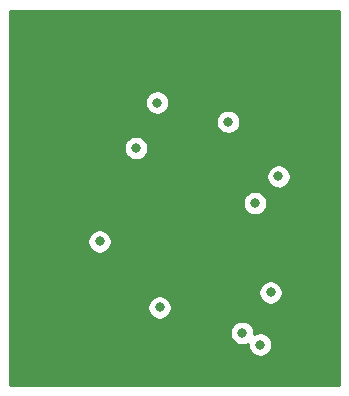
<source format=gbr>
%TF.GenerationSoftware,KiCad,Pcbnew,(5.1.7-0-10_14)*%
%TF.CreationDate,2020-11-25T20:53:36+11:00*%
%TF.ProjectId,CREMAv2,4352454d-4176-4322-9e6b-696361645f70,rev?*%
%TF.SameCoordinates,Original*%
%TF.FileFunction,Copper,L2,Inr*%
%TF.FilePolarity,Positive*%
%FSLAX46Y46*%
G04 Gerber Fmt 4.6, Leading zero omitted, Abs format (unit mm)*
G04 Created by KiCad (PCBNEW (5.1.7-0-10_14)) date 2020-11-25 20:53:36*
%MOMM*%
%LPD*%
G01*
G04 APERTURE LIST*
%TA.AperFunction,ViaPad*%
%ADD10C,0.800000*%
%TD*%
%TA.AperFunction,Conductor*%
%ADD11C,0.254000*%
%TD*%
%TA.AperFunction,Conductor*%
%ADD12C,0.100000*%
%TD*%
G04 APERTURE END LIST*
D10*
%TO.N,GND*%
X132920000Y-75995000D03*
X133247500Y-83922500D03*
X130207000Y-97885000D03*
X122750000Y-84260000D03*
X120396000Y-81280000D03*
X120396000Y-74676000D03*
X128200000Y-86798000D03*
X128200000Y-74492000D03*
X127400000Y-74530000D03*
%TO.N,+3V3*%
X129000000Y-78010000D03*
X133255000Y-82645000D03*
X130175000Y-95885000D03*
X118110000Y-88138000D03*
X132588000Y-92456000D03*
X131259000Y-84895000D03*
%TO.N,Net-(IC1-Pad32)*%
X122995000Y-76395000D03*
X121177000Y-80245000D03*
%TO.N,SPI_MOSI*%
X123190000Y-93726000D03*
X131715000Y-96885000D03*
%TD*%
D11*
%TO.N,GND*%
X138405001Y-100305000D02*
X110515000Y-100305000D01*
X110515000Y-95783061D01*
X129140000Y-95783061D01*
X129140000Y-95986939D01*
X129179774Y-96186898D01*
X129257795Y-96375256D01*
X129371063Y-96544774D01*
X129515226Y-96688937D01*
X129684744Y-96802205D01*
X129873102Y-96880226D01*
X130073061Y-96920000D01*
X130276939Y-96920000D01*
X130476898Y-96880226D01*
X130665256Y-96802205D01*
X130680000Y-96792353D01*
X130680000Y-96986939D01*
X130719774Y-97186898D01*
X130797795Y-97375256D01*
X130911063Y-97544774D01*
X131055226Y-97688937D01*
X131224744Y-97802205D01*
X131413102Y-97880226D01*
X131613061Y-97920000D01*
X131816939Y-97920000D01*
X132016898Y-97880226D01*
X132205256Y-97802205D01*
X132374774Y-97688937D01*
X132518937Y-97544774D01*
X132632205Y-97375256D01*
X132710226Y-97186898D01*
X132750000Y-96986939D01*
X132750000Y-96783061D01*
X132710226Y-96583102D01*
X132632205Y-96394744D01*
X132518937Y-96225226D01*
X132374774Y-96081063D01*
X132205256Y-95967795D01*
X132016898Y-95889774D01*
X131816939Y-95850000D01*
X131613061Y-95850000D01*
X131413102Y-95889774D01*
X131224744Y-95967795D01*
X131210000Y-95977647D01*
X131210000Y-95783061D01*
X131170226Y-95583102D01*
X131092205Y-95394744D01*
X130978937Y-95225226D01*
X130834774Y-95081063D01*
X130665256Y-94967795D01*
X130476898Y-94889774D01*
X130276939Y-94850000D01*
X130073061Y-94850000D01*
X129873102Y-94889774D01*
X129684744Y-94967795D01*
X129515226Y-95081063D01*
X129371063Y-95225226D01*
X129257795Y-95394744D01*
X129179774Y-95583102D01*
X129140000Y-95783061D01*
X110515000Y-95783061D01*
X110515000Y-93624061D01*
X122155000Y-93624061D01*
X122155000Y-93827939D01*
X122194774Y-94027898D01*
X122272795Y-94216256D01*
X122386063Y-94385774D01*
X122530226Y-94529937D01*
X122699744Y-94643205D01*
X122888102Y-94721226D01*
X123088061Y-94761000D01*
X123291939Y-94761000D01*
X123491898Y-94721226D01*
X123680256Y-94643205D01*
X123849774Y-94529937D01*
X123993937Y-94385774D01*
X124107205Y-94216256D01*
X124185226Y-94027898D01*
X124225000Y-93827939D01*
X124225000Y-93624061D01*
X124185226Y-93424102D01*
X124107205Y-93235744D01*
X123993937Y-93066226D01*
X123849774Y-92922063D01*
X123680256Y-92808795D01*
X123491898Y-92730774D01*
X123291939Y-92691000D01*
X123088061Y-92691000D01*
X122888102Y-92730774D01*
X122699744Y-92808795D01*
X122530226Y-92922063D01*
X122386063Y-93066226D01*
X122272795Y-93235744D01*
X122194774Y-93424102D01*
X122155000Y-93624061D01*
X110515000Y-93624061D01*
X110515000Y-92354061D01*
X131553000Y-92354061D01*
X131553000Y-92557939D01*
X131592774Y-92757898D01*
X131670795Y-92946256D01*
X131784063Y-93115774D01*
X131928226Y-93259937D01*
X132097744Y-93373205D01*
X132286102Y-93451226D01*
X132486061Y-93491000D01*
X132689939Y-93491000D01*
X132889898Y-93451226D01*
X133078256Y-93373205D01*
X133247774Y-93259937D01*
X133391937Y-93115774D01*
X133505205Y-92946256D01*
X133583226Y-92757898D01*
X133623000Y-92557939D01*
X133623000Y-92354061D01*
X133583226Y-92154102D01*
X133505205Y-91965744D01*
X133391937Y-91796226D01*
X133247774Y-91652063D01*
X133078256Y-91538795D01*
X132889898Y-91460774D01*
X132689939Y-91421000D01*
X132486061Y-91421000D01*
X132286102Y-91460774D01*
X132097744Y-91538795D01*
X131928226Y-91652063D01*
X131784063Y-91796226D01*
X131670795Y-91965744D01*
X131592774Y-92154102D01*
X131553000Y-92354061D01*
X110515000Y-92354061D01*
X110515000Y-88036061D01*
X117075000Y-88036061D01*
X117075000Y-88239939D01*
X117114774Y-88439898D01*
X117192795Y-88628256D01*
X117306063Y-88797774D01*
X117450226Y-88941937D01*
X117619744Y-89055205D01*
X117808102Y-89133226D01*
X118008061Y-89173000D01*
X118211939Y-89173000D01*
X118411898Y-89133226D01*
X118600256Y-89055205D01*
X118769774Y-88941937D01*
X118913937Y-88797774D01*
X119027205Y-88628256D01*
X119105226Y-88439898D01*
X119145000Y-88239939D01*
X119145000Y-88036061D01*
X119105226Y-87836102D01*
X119027205Y-87647744D01*
X118913937Y-87478226D01*
X118769774Y-87334063D01*
X118600256Y-87220795D01*
X118411898Y-87142774D01*
X118211939Y-87103000D01*
X118008061Y-87103000D01*
X117808102Y-87142774D01*
X117619744Y-87220795D01*
X117450226Y-87334063D01*
X117306063Y-87478226D01*
X117192795Y-87647744D01*
X117114774Y-87836102D01*
X117075000Y-88036061D01*
X110515000Y-88036061D01*
X110515000Y-84793061D01*
X130224000Y-84793061D01*
X130224000Y-84996939D01*
X130263774Y-85196898D01*
X130341795Y-85385256D01*
X130455063Y-85554774D01*
X130599226Y-85698937D01*
X130768744Y-85812205D01*
X130957102Y-85890226D01*
X131157061Y-85930000D01*
X131360939Y-85930000D01*
X131560898Y-85890226D01*
X131749256Y-85812205D01*
X131918774Y-85698937D01*
X132062937Y-85554774D01*
X132176205Y-85385256D01*
X132254226Y-85196898D01*
X132294000Y-84996939D01*
X132294000Y-84793061D01*
X132254226Y-84593102D01*
X132176205Y-84404744D01*
X132062937Y-84235226D01*
X131918774Y-84091063D01*
X131749256Y-83977795D01*
X131560898Y-83899774D01*
X131360939Y-83860000D01*
X131157061Y-83860000D01*
X130957102Y-83899774D01*
X130768744Y-83977795D01*
X130599226Y-84091063D01*
X130455063Y-84235226D01*
X130341795Y-84404744D01*
X130263774Y-84593102D01*
X130224000Y-84793061D01*
X110515000Y-84793061D01*
X110515000Y-82543061D01*
X132220000Y-82543061D01*
X132220000Y-82746939D01*
X132259774Y-82946898D01*
X132337795Y-83135256D01*
X132451063Y-83304774D01*
X132595226Y-83448937D01*
X132764744Y-83562205D01*
X132953102Y-83640226D01*
X133153061Y-83680000D01*
X133356939Y-83680000D01*
X133556898Y-83640226D01*
X133745256Y-83562205D01*
X133914774Y-83448937D01*
X134058937Y-83304774D01*
X134172205Y-83135256D01*
X134250226Y-82946898D01*
X134290000Y-82746939D01*
X134290000Y-82543061D01*
X134250226Y-82343102D01*
X134172205Y-82154744D01*
X134058937Y-81985226D01*
X133914774Y-81841063D01*
X133745256Y-81727795D01*
X133556898Y-81649774D01*
X133356939Y-81610000D01*
X133153061Y-81610000D01*
X132953102Y-81649774D01*
X132764744Y-81727795D01*
X132595226Y-81841063D01*
X132451063Y-81985226D01*
X132337795Y-82154744D01*
X132259774Y-82343102D01*
X132220000Y-82543061D01*
X110515000Y-82543061D01*
X110515000Y-80143061D01*
X120142000Y-80143061D01*
X120142000Y-80346939D01*
X120181774Y-80546898D01*
X120259795Y-80735256D01*
X120373063Y-80904774D01*
X120517226Y-81048937D01*
X120686744Y-81162205D01*
X120875102Y-81240226D01*
X121075061Y-81280000D01*
X121278939Y-81280000D01*
X121478898Y-81240226D01*
X121667256Y-81162205D01*
X121836774Y-81048937D01*
X121980937Y-80904774D01*
X122094205Y-80735256D01*
X122172226Y-80546898D01*
X122212000Y-80346939D01*
X122212000Y-80143061D01*
X122172226Y-79943102D01*
X122094205Y-79754744D01*
X121980937Y-79585226D01*
X121836774Y-79441063D01*
X121667256Y-79327795D01*
X121478898Y-79249774D01*
X121278939Y-79210000D01*
X121075061Y-79210000D01*
X120875102Y-79249774D01*
X120686744Y-79327795D01*
X120517226Y-79441063D01*
X120373063Y-79585226D01*
X120259795Y-79754744D01*
X120181774Y-79943102D01*
X120142000Y-80143061D01*
X110515000Y-80143061D01*
X110515000Y-77908061D01*
X127965000Y-77908061D01*
X127965000Y-78111939D01*
X128004774Y-78311898D01*
X128082795Y-78500256D01*
X128196063Y-78669774D01*
X128340226Y-78813937D01*
X128509744Y-78927205D01*
X128698102Y-79005226D01*
X128898061Y-79045000D01*
X129101939Y-79045000D01*
X129301898Y-79005226D01*
X129490256Y-78927205D01*
X129659774Y-78813937D01*
X129803937Y-78669774D01*
X129917205Y-78500256D01*
X129995226Y-78311898D01*
X130035000Y-78111939D01*
X130035000Y-77908061D01*
X129995226Y-77708102D01*
X129917205Y-77519744D01*
X129803937Y-77350226D01*
X129659774Y-77206063D01*
X129490256Y-77092795D01*
X129301898Y-77014774D01*
X129101939Y-76975000D01*
X128898061Y-76975000D01*
X128698102Y-77014774D01*
X128509744Y-77092795D01*
X128340226Y-77206063D01*
X128196063Y-77350226D01*
X128082795Y-77519744D01*
X128004774Y-77708102D01*
X127965000Y-77908061D01*
X110515000Y-77908061D01*
X110515000Y-76293061D01*
X121960000Y-76293061D01*
X121960000Y-76496939D01*
X121999774Y-76696898D01*
X122077795Y-76885256D01*
X122191063Y-77054774D01*
X122335226Y-77198937D01*
X122504744Y-77312205D01*
X122693102Y-77390226D01*
X122893061Y-77430000D01*
X123096939Y-77430000D01*
X123296898Y-77390226D01*
X123485256Y-77312205D01*
X123654774Y-77198937D01*
X123798937Y-77054774D01*
X123912205Y-76885256D01*
X123990226Y-76696898D01*
X124030000Y-76496939D01*
X124030000Y-76293061D01*
X123990226Y-76093102D01*
X123912205Y-75904744D01*
X123798937Y-75735226D01*
X123654774Y-75591063D01*
X123485256Y-75477795D01*
X123296898Y-75399774D01*
X123096939Y-75360000D01*
X122893061Y-75360000D01*
X122693102Y-75399774D01*
X122504744Y-75477795D01*
X122335226Y-75591063D01*
X122191063Y-75735226D01*
X122077795Y-75904744D01*
X121999774Y-76093102D01*
X121960000Y-76293061D01*
X110515000Y-76293061D01*
X110515000Y-68605000D01*
X138405000Y-68605000D01*
X138405001Y-100305000D01*
%TA.AperFunction,Conductor*%
D12*
G36*
X138405001Y-100305000D02*
G01*
X110515000Y-100305000D01*
X110515000Y-95783061D01*
X129140000Y-95783061D01*
X129140000Y-95986939D01*
X129179774Y-96186898D01*
X129257795Y-96375256D01*
X129371063Y-96544774D01*
X129515226Y-96688937D01*
X129684744Y-96802205D01*
X129873102Y-96880226D01*
X130073061Y-96920000D01*
X130276939Y-96920000D01*
X130476898Y-96880226D01*
X130665256Y-96802205D01*
X130680000Y-96792353D01*
X130680000Y-96986939D01*
X130719774Y-97186898D01*
X130797795Y-97375256D01*
X130911063Y-97544774D01*
X131055226Y-97688937D01*
X131224744Y-97802205D01*
X131413102Y-97880226D01*
X131613061Y-97920000D01*
X131816939Y-97920000D01*
X132016898Y-97880226D01*
X132205256Y-97802205D01*
X132374774Y-97688937D01*
X132518937Y-97544774D01*
X132632205Y-97375256D01*
X132710226Y-97186898D01*
X132750000Y-96986939D01*
X132750000Y-96783061D01*
X132710226Y-96583102D01*
X132632205Y-96394744D01*
X132518937Y-96225226D01*
X132374774Y-96081063D01*
X132205256Y-95967795D01*
X132016898Y-95889774D01*
X131816939Y-95850000D01*
X131613061Y-95850000D01*
X131413102Y-95889774D01*
X131224744Y-95967795D01*
X131210000Y-95977647D01*
X131210000Y-95783061D01*
X131170226Y-95583102D01*
X131092205Y-95394744D01*
X130978937Y-95225226D01*
X130834774Y-95081063D01*
X130665256Y-94967795D01*
X130476898Y-94889774D01*
X130276939Y-94850000D01*
X130073061Y-94850000D01*
X129873102Y-94889774D01*
X129684744Y-94967795D01*
X129515226Y-95081063D01*
X129371063Y-95225226D01*
X129257795Y-95394744D01*
X129179774Y-95583102D01*
X129140000Y-95783061D01*
X110515000Y-95783061D01*
X110515000Y-93624061D01*
X122155000Y-93624061D01*
X122155000Y-93827939D01*
X122194774Y-94027898D01*
X122272795Y-94216256D01*
X122386063Y-94385774D01*
X122530226Y-94529937D01*
X122699744Y-94643205D01*
X122888102Y-94721226D01*
X123088061Y-94761000D01*
X123291939Y-94761000D01*
X123491898Y-94721226D01*
X123680256Y-94643205D01*
X123849774Y-94529937D01*
X123993937Y-94385774D01*
X124107205Y-94216256D01*
X124185226Y-94027898D01*
X124225000Y-93827939D01*
X124225000Y-93624061D01*
X124185226Y-93424102D01*
X124107205Y-93235744D01*
X123993937Y-93066226D01*
X123849774Y-92922063D01*
X123680256Y-92808795D01*
X123491898Y-92730774D01*
X123291939Y-92691000D01*
X123088061Y-92691000D01*
X122888102Y-92730774D01*
X122699744Y-92808795D01*
X122530226Y-92922063D01*
X122386063Y-93066226D01*
X122272795Y-93235744D01*
X122194774Y-93424102D01*
X122155000Y-93624061D01*
X110515000Y-93624061D01*
X110515000Y-92354061D01*
X131553000Y-92354061D01*
X131553000Y-92557939D01*
X131592774Y-92757898D01*
X131670795Y-92946256D01*
X131784063Y-93115774D01*
X131928226Y-93259937D01*
X132097744Y-93373205D01*
X132286102Y-93451226D01*
X132486061Y-93491000D01*
X132689939Y-93491000D01*
X132889898Y-93451226D01*
X133078256Y-93373205D01*
X133247774Y-93259937D01*
X133391937Y-93115774D01*
X133505205Y-92946256D01*
X133583226Y-92757898D01*
X133623000Y-92557939D01*
X133623000Y-92354061D01*
X133583226Y-92154102D01*
X133505205Y-91965744D01*
X133391937Y-91796226D01*
X133247774Y-91652063D01*
X133078256Y-91538795D01*
X132889898Y-91460774D01*
X132689939Y-91421000D01*
X132486061Y-91421000D01*
X132286102Y-91460774D01*
X132097744Y-91538795D01*
X131928226Y-91652063D01*
X131784063Y-91796226D01*
X131670795Y-91965744D01*
X131592774Y-92154102D01*
X131553000Y-92354061D01*
X110515000Y-92354061D01*
X110515000Y-88036061D01*
X117075000Y-88036061D01*
X117075000Y-88239939D01*
X117114774Y-88439898D01*
X117192795Y-88628256D01*
X117306063Y-88797774D01*
X117450226Y-88941937D01*
X117619744Y-89055205D01*
X117808102Y-89133226D01*
X118008061Y-89173000D01*
X118211939Y-89173000D01*
X118411898Y-89133226D01*
X118600256Y-89055205D01*
X118769774Y-88941937D01*
X118913937Y-88797774D01*
X119027205Y-88628256D01*
X119105226Y-88439898D01*
X119145000Y-88239939D01*
X119145000Y-88036061D01*
X119105226Y-87836102D01*
X119027205Y-87647744D01*
X118913937Y-87478226D01*
X118769774Y-87334063D01*
X118600256Y-87220795D01*
X118411898Y-87142774D01*
X118211939Y-87103000D01*
X118008061Y-87103000D01*
X117808102Y-87142774D01*
X117619744Y-87220795D01*
X117450226Y-87334063D01*
X117306063Y-87478226D01*
X117192795Y-87647744D01*
X117114774Y-87836102D01*
X117075000Y-88036061D01*
X110515000Y-88036061D01*
X110515000Y-84793061D01*
X130224000Y-84793061D01*
X130224000Y-84996939D01*
X130263774Y-85196898D01*
X130341795Y-85385256D01*
X130455063Y-85554774D01*
X130599226Y-85698937D01*
X130768744Y-85812205D01*
X130957102Y-85890226D01*
X131157061Y-85930000D01*
X131360939Y-85930000D01*
X131560898Y-85890226D01*
X131749256Y-85812205D01*
X131918774Y-85698937D01*
X132062937Y-85554774D01*
X132176205Y-85385256D01*
X132254226Y-85196898D01*
X132294000Y-84996939D01*
X132294000Y-84793061D01*
X132254226Y-84593102D01*
X132176205Y-84404744D01*
X132062937Y-84235226D01*
X131918774Y-84091063D01*
X131749256Y-83977795D01*
X131560898Y-83899774D01*
X131360939Y-83860000D01*
X131157061Y-83860000D01*
X130957102Y-83899774D01*
X130768744Y-83977795D01*
X130599226Y-84091063D01*
X130455063Y-84235226D01*
X130341795Y-84404744D01*
X130263774Y-84593102D01*
X130224000Y-84793061D01*
X110515000Y-84793061D01*
X110515000Y-82543061D01*
X132220000Y-82543061D01*
X132220000Y-82746939D01*
X132259774Y-82946898D01*
X132337795Y-83135256D01*
X132451063Y-83304774D01*
X132595226Y-83448937D01*
X132764744Y-83562205D01*
X132953102Y-83640226D01*
X133153061Y-83680000D01*
X133356939Y-83680000D01*
X133556898Y-83640226D01*
X133745256Y-83562205D01*
X133914774Y-83448937D01*
X134058937Y-83304774D01*
X134172205Y-83135256D01*
X134250226Y-82946898D01*
X134290000Y-82746939D01*
X134290000Y-82543061D01*
X134250226Y-82343102D01*
X134172205Y-82154744D01*
X134058937Y-81985226D01*
X133914774Y-81841063D01*
X133745256Y-81727795D01*
X133556898Y-81649774D01*
X133356939Y-81610000D01*
X133153061Y-81610000D01*
X132953102Y-81649774D01*
X132764744Y-81727795D01*
X132595226Y-81841063D01*
X132451063Y-81985226D01*
X132337795Y-82154744D01*
X132259774Y-82343102D01*
X132220000Y-82543061D01*
X110515000Y-82543061D01*
X110515000Y-80143061D01*
X120142000Y-80143061D01*
X120142000Y-80346939D01*
X120181774Y-80546898D01*
X120259795Y-80735256D01*
X120373063Y-80904774D01*
X120517226Y-81048937D01*
X120686744Y-81162205D01*
X120875102Y-81240226D01*
X121075061Y-81280000D01*
X121278939Y-81280000D01*
X121478898Y-81240226D01*
X121667256Y-81162205D01*
X121836774Y-81048937D01*
X121980937Y-80904774D01*
X122094205Y-80735256D01*
X122172226Y-80546898D01*
X122212000Y-80346939D01*
X122212000Y-80143061D01*
X122172226Y-79943102D01*
X122094205Y-79754744D01*
X121980937Y-79585226D01*
X121836774Y-79441063D01*
X121667256Y-79327795D01*
X121478898Y-79249774D01*
X121278939Y-79210000D01*
X121075061Y-79210000D01*
X120875102Y-79249774D01*
X120686744Y-79327795D01*
X120517226Y-79441063D01*
X120373063Y-79585226D01*
X120259795Y-79754744D01*
X120181774Y-79943102D01*
X120142000Y-80143061D01*
X110515000Y-80143061D01*
X110515000Y-77908061D01*
X127965000Y-77908061D01*
X127965000Y-78111939D01*
X128004774Y-78311898D01*
X128082795Y-78500256D01*
X128196063Y-78669774D01*
X128340226Y-78813937D01*
X128509744Y-78927205D01*
X128698102Y-79005226D01*
X128898061Y-79045000D01*
X129101939Y-79045000D01*
X129301898Y-79005226D01*
X129490256Y-78927205D01*
X129659774Y-78813937D01*
X129803937Y-78669774D01*
X129917205Y-78500256D01*
X129995226Y-78311898D01*
X130035000Y-78111939D01*
X130035000Y-77908061D01*
X129995226Y-77708102D01*
X129917205Y-77519744D01*
X129803937Y-77350226D01*
X129659774Y-77206063D01*
X129490256Y-77092795D01*
X129301898Y-77014774D01*
X129101939Y-76975000D01*
X128898061Y-76975000D01*
X128698102Y-77014774D01*
X128509744Y-77092795D01*
X128340226Y-77206063D01*
X128196063Y-77350226D01*
X128082795Y-77519744D01*
X128004774Y-77708102D01*
X127965000Y-77908061D01*
X110515000Y-77908061D01*
X110515000Y-76293061D01*
X121960000Y-76293061D01*
X121960000Y-76496939D01*
X121999774Y-76696898D01*
X122077795Y-76885256D01*
X122191063Y-77054774D01*
X122335226Y-77198937D01*
X122504744Y-77312205D01*
X122693102Y-77390226D01*
X122893061Y-77430000D01*
X123096939Y-77430000D01*
X123296898Y-77390226D01*
X123485256Y-77312205D01*
X123654774Y-77198937D01*
X123798937Y-77054774D01*
X123912205Y-76885256D01*
X123990226Y-76696898D01*
X124030000Y-76496939D01*
X124030000Y-76293061D01*
X123990226Y-76093102D01*
X123912205Y-75904744D01*
X123798937Y-75735226D01*
X123654774Y-75591063D01*
X123485256Y-75477795D01*
X123296898Y-75399774D01*
X123096939Y-75360000D01*
X122893061Y-75360000D01*
X122693102Y-75399774D01*
X122504744Y-75477795D01*
X122335226Y-75591063D01*
X122191063Y-75735226D01*
X122077795Y-75904744D01*
X121999774Y-76093102D01*
X121960000Y-76293061D01*
X110515000Y-76293061D01*
X110515000Y-68605000D01*
X138405000Y-68605000D01*
X138405001Y-100305000D01*
G37*
%TD.AperFunction*%
%TD*%
M02*

</source>
